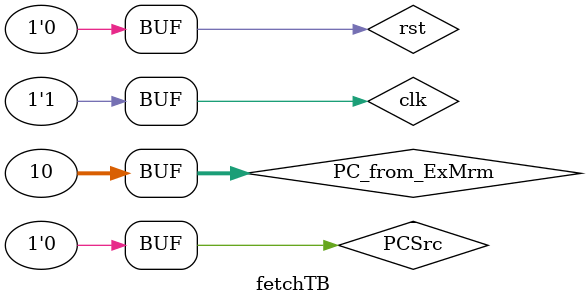
<source format=v>
`timescale 1ns / 1ps
module fetchTB();
reg [31:0]  PC_from_ExMrm;
reg clk, PCSrc, rst;
wire [31:0] address, instruction;
fetch u1(clk, rst, PCSrc, PC_from_ExMrm, address, instruction);
initial begin
$dumpfile("dump.vcd");
$dumpvars(0, fetchTB);
end
initial begin
clk = 1'b1;
repeat(250) #1	clk = ~clk;
end

initial begin
rst = 1'b1;
PCSrc = 1'b0;
PC_from_ExMrm = 32'd0;
#3;rst = 1'b0;
PCSrc = 1'b0;
#3;
#3;
#3;
#3;
#3;
#3;
PCSrc = 1'b1;
PC_from_ExMrm= 32'h00000006;
#3;
PC_from_ExMrm= 32'h00000007;
#3;
PC_from_ExMrm= 32'h00000008;
PCSrc = 1'b0;
#3;
PC_from_ExMrm= 32'h00000009;
#3;
PC_from_ExMrm= 32'h0000000A;
PCSrc = 1'b0;
end
endmodule

</source>
